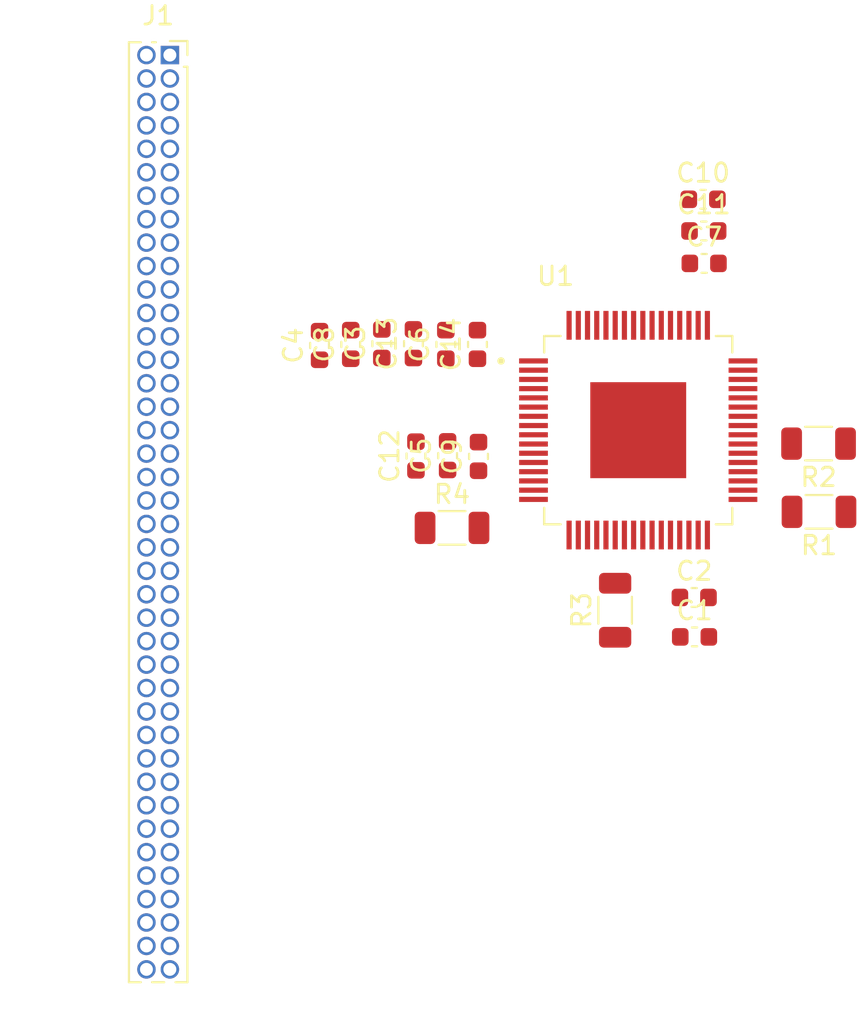
<source format=kicad_pcb>
(kicad_pcb (version 20211014) (generator pcbnew)
  (layers (0 "F.Cu" signal) (31 "B.Cu" signal) (34 "B.Paste" user) (35 "F.Paste" user) (36 "B.SilkS" user "B.Silkscreen") (37 "F.SilkS" user "F.Silkscreen") (38 "B.Mask" user) (39 "F.Mask" user) (44 "Edge.Cuts" user))
  (net 0 "")
  (net 1 "HDMI_I2C_SCL")
  (net 2 "Net-(R1-Pad2)")
  (net 3 "HDMI_I2C_SDA")
  (net 4 "Net-(R2-Pad2)")
  (net 5 "GND")
  (net 6 "Net-(R4-Pad2)")
  (net 11 "Net-(R3-Pad2)")
  (net 17 "HDMI_D11")
  (net 18 "HDMI_D10")
  (net 19 "HDMI_D9")
  (net 20 "HDMI_CLK")
  (net 21 "HDMI_D8")
  (net 22 "HDMI_D7")
  (net 23 "HDMI_D6")
  (net 24 "HDMI_D5")
  (net 25 "HDMI_D4")
  (net 26 "HDMI_D3")
  (net 27 "HDMI_D2")
  (net 28 "HDMI_D1")
  (net 29 "HDMI_D0")
  (net 30 "HDMI_DE")
  (net 31 "HDMI_HSYNC")
  (net 32 "HDMI_VSYNC")
  (net 41 "/HPD")
  (net 44 "HDMI_D23")
  (net 45 "HDMI_D22")
  (net 46 "HDMI_D21")
  (net 47 "HDMI_D20")
  (net 48 "HDMI_D19")
  (net 49 "HDMI_D18")
  (net 50 "HDMI_D17")
  (net 51 "HDMI_D16")
  (net 52 "HDMI_D15")
  (net 53 "HDMI_D14")
  (net 54 "HDMI_D13")
  (net 55 "HDMI_D12")
  (net 56 "3V3")
  (net 57 "DVDD_1V8")
  (net 58 "PVDD_1V8")
  (net 60 "VIN")
  (footprint "Resistor_SMD:R_1206_3216Metric" (layer "F.Cu") (at 163.847509 93.575103 90)
    (fp_text reference "R3" (at 0 -1.82 90) (layer "F.SilkS"))
    (fp_text value "2K")
    (fp_line (start -0.727064 -0.91) (end 0.727064 -0.91) (layer "F.SilkS") (width 0.12))
    (fp_line (start -0.727064 0.91) (end 0.727064 0.91) (layer "F.SilkS") (width 0.12))
    (pad "1" smd roundrect (at -1.4625 0 90) (size 1.125 1.75) (layers "F.Cu" "F.Paste" "F.Mask") (roundrect_rratio 0.222222) (net 5 "GND"))
    (pad "2" smd roundrect (at 1.4625 0 90) (size 1.125 1.75) (layers "F.Cu" "F.Paste" "F.Mask") (roundrect_rratio 0.222222) (net 11 "Net-(R3-Pad2)"))
  )
  (footprint "Capacitor_SMD:C_0603_1608Metric" (layer "F.Cu") (at 151.193055 79.135925 90)
    (fp_text reference "C3" (at 0 -1.43 90) (layer "F.SilkS"))
    (fp_text value "10u")
    (fp_line (start -0.14058 0.51) (end 0.14058 0.51) (layer "F.SilkS") (width 0.12))
    (fp_line (start -0.14058 -0.51) (end 0.14058 -0.51) (layer "F.SilkS") (width 0.12))
    (pad "1" smd roundrect (at -0.775 0 90) (size 0.9 0.95) (layers "F.Cu" "F.Paste" "F.Mask") (net 57 "DVDD_1V8"))
    (pad "2" smd roundrect (at 0.775 0 90) (size 0.9 0.95) (layers "F.Cu" "F.Paste" "F.Mask") (net 5 "GND"))
  )
  (footprint "Capacitor_SMD:C_0603_1608Metric" (layer "F.Cu") (at 147.817236 79.232421 90)
    (fp_text reference "C4" (at 0 -1.43 90) (layer "F.SilkS"))
    (fp_text value "10u")
    (fp_line (start -0.14058 -0.51) (end 0.14058 -0.51) (layer "F.SilkS") (width 0.12))
    (fp_line (start -0.14058 0.51) (end 0.14058 0.51) (layer "F.SilkS") (width 0.12))
    (pad "1" smd roundrect (at -0.775 0 90) (size 0.9 0.95) (layers "F.Cu" "F.Paste" "F.Mask") (net 57 "DVDD_1V8"))
    (pad "2" smd roundrect (at 0.775 0 90) (size 0.9 0.95) (layers "F.Cu" "F.Paste" "F.Mask") (net 5 "GND"))
  )
  (footprint "Resistor_SMD:R_1206_3216Metric" (layer "F.Cu") (at 155.001398 89.113928)
    (fp_text reference "R4" (at 0 -1.82) (layer "F.SilkS"))
    (fp_text value "887")
    (fp_line (start -0.727064 -0.91) (end 0.727064 -0.91) (layer "F.SilkS") (width 0.12))
    (fp_line (start -0.727064 0.91) (end 0.727064 0.91) (layer "F.SilkS") (width 0.12))
    (pad "1" smd roundrect (at -1.4625 0) (size 1.125 1.75) (layers "F.Cu" "F.Paste" "F.Mask") (roundrect_rratio 0.222222) (net 5 "GND"))
    (pad "2" smd roundrect (at 1.4625 0) (size 1.125 1.75) (layers "F.Cu" "F.Paste" "F.Mask") (roundrect_rratio 0.222222) (net 6 "Net-(R4-Pad2)"))
  )
  (footprint "Connector_PinSocket_1.27mm:PinSocket_2x40_P1.27mm_Vertical" (layer "F.Cu") (at 139.7 63.5)
    (fp_text reference "J1" (at -0.635 -2.135) (layer "F.SilkS"))
    (fp_text value "Conn_02x20_Odd_Even")
    (fp_line (start 0.95 -0.76) (end 0.95 0) (layer "F.SilkS") (width 0.12))
    (fp_line (start 0.95 0.635) (end 0.95 50.225) (layer "F.SilkS") (width 0.12))
    (fp_line (start -2.22 -0.695) (end -2.22 50.225) (layer "F.SilkS") (width 0.12))
    (fp_line (start -0.96247 -0.695) (end -0.76 -0.695) (layer "F.SilkS") (width 0.12))
    (fp_line (start -2.22 50.225) (end -1.57753 50.225) (layer "F.SilkS") (width 0.12))
    (fp_line (start 0.30753 50.225) (end 0.95 50.225) (layer "F.SilkS") (width 0.12))
    (fp_line (start 0 -0.76) (end 0.95 -0.76) (layer "F.SilkS") (width 0.12))
    (fp_line (start 0.76 0.635) (end 0.95 0.635) (layer "F.SilkS") (width 0.12))
    (fp_line (start -2.22 -0.695) (end -1.57753 -0.695) (layer "F.SilkS") (width 0.12))
    (fp_line (start -0.96247 50.225) (end -0.30753 50.225) (layer "F.SilkS") (width 0.12))
    (pad "1" thru_hole rect (at 0 0) (size 1 1) (drill 0.7) (layers *.Cu *.Mask))
    (pad "2" thru_hole oval (at -1.27 0) (size 1 1) (drill 0.7) (layers *.Cu *.Mask) (net 60 "VIN"))
    (pad "3" thru_hole oval (at 0 1.27) (size 1 1) (drill 0.7) (layers *.Cu *.Mask))
    (pad "4" thru_hole oval (at -1.27 1.27) (size 1 1) (drill 0.7) (layers *.Cu *.Mask) (net 5 "GND"))
    (pad "5" thru_hole oval (at 0 2.54) (size 1 1) (drill 0.7) (layers *.Cu *.Mask))
    (pad "6" thru_hole oval (at -1.27 2.54) (size 1 1) (drill 0.7) (layers *.Cu *.Mask))
    (pad "7" thru_hole oval (at 0 3.81) (size 1 1) (drill 0.7) (layers *.Cu *.Mask))
    (pad "8" thru_hole oval (at -1.27 3.81) (size 1 1) (drill 0.7) (layers *.Cu *.Mask))
    (pad "9" thru_hole oval (at 0 5.08) (size 1 1) (drill 0.7) (layers *.Cu *.Mask))
    (pad "10" thru_hole oval (at -1.27 5.08) (size 1 1) (drill 0.7) (layers *.Cu *.Mask))
    (pad "11" thru_hole oval (at 0 6.35) (size 1 1) (drill 0.7) (layers *.Cu *.Mask))
    (pad "12" thru_hole oval (at -1.27 6.35) (size 1 1) (drill 0.7) (layers *.Cu *.Mask))
    (pad "13" thru_hole oval (at 0 7.62) (size 1 1) (drill 0.7) (layers *.Cu *.Mask))
    (pad "14" thru_hole oval (at -1.27 7.62) (size 1 1) (drill 0.7) (layers *.Cu *.Mask))
    (pad "15" thru_hole oval (at 0 8.89) (size 1 1) (drill 0.7) (layers *.Cu *.Mask))
    (pad "16" thru_hole oval (at -1.27 8.89) (size 1 1) (drill 0.7) (layers *.Cu *.Mask))
    (pad "17" thru_hole oval (at 0 10.16) (size 1 1) (drill 0.7) (layers *.Cu *.Mask))
    (pad "18" thru_hole oval (at -1.27 10.16) (size 1 1) (drill 0.7) (layers *.Cu *.Mask))
    (pad "19" thru_hole oval (at 0 11.43) (size 1 1) (drill 0.7) (layers *.Cu *.Mask))
    (pad "20" thru_hole oval (at -1.27 11.43) (size 1 1) (drill 0.7) (layers *.Cu *.Mask))
    (pad "21" thru_hole oval (at 0 12.7) (size 1 1) (drill 0.7) (layers *.Cu *.Mask))
    (pad "22" thru_hole oval (at -1.27 12.7) (size 1 1) (drill 0.7) (layers *.Cu *.Mask))
    (pad "23" thru_hole oval (at 0 13.97) (size 1 1) (drill 0.7) (layers *.Cu *.Mask))
    (pad "24" thru_hole oval (at -1.27 13.97) (size 1 1) (drill 0.7) (layers *.Cu *.Mask))
    (pad "25" thru_hole oval (at 0 15.24) (size 1 1) (drill 0.7) (layers *.Cu *.Mask))
    (pad "26" thru_hole oval (at -1.27 15.24) (size 1 1) (drill 0.7) (layers *.Cu *.Mask))
    (pad "27" thru_hole oval (at 0 16.51) (size 1 1) (drill 0.7) (layers *.Cu *.Mask))
    (pad "28" thru_hole oval (at -1.27 16.51) (size 1 1) (drill 0.7) (layers *.Cu *.Mask))
    (pad "29" thru_hole oval (at 0 17.78) (size 1 1) (drill 0.7) (layers *.Cu *.Mask))
    (pad "30" thru_hole oval (at -1.27 17.78) (size 1 1) (drill 0.7) (layers *.Cu *.Mask))
    (pad "31" thru_hole oval (at 0 19.05) (size 1 1) (drill 0.7) (layers *.Cu *.Mask))
    (pad "32" thru_hole oval (at -1.27 19.05) (size 1 1) (drill 0.7) (layers *.Cu *.Mask))
    (pad "33" thru_hole oval (at 0 20.32) (size 1 1) (drill 0.7) (layers *.Cu *.Mask))
    (pad "34" thru_hole oval (at -1.27 20.32) (size 1 1) (drill 0.7) (layers *.Cu *.Mask))
    (pad "35" thru_hole oval (at 0 21.59) (size 1 1) (drill 0.7) (layers *.Cu *.Mask))
    (pad "36" thru_hole oval (at -1.27 21.59) (size 1 1) (drill 0.7) (layers *.Cu *.Mask) (net 56 "3V3"))
    (pad "37" thru_hole oval (at 0 22.86) (size 1 1) (drill 0.7) (layers *.Cu *.Mask))
    (pad "38" thru_hole oval (at -1.27 22.86) (size 1 1) (drill 0.7) (layers *.Cu *.Mask))
    (pad "39" thru_hole oval (at 0 24.13) (size 1 1) (drill 0.7) (layers *.Cu *.Mask))
    (pad "40" thru_hole oval (at -1.27 24.13) (size 1 1) (drill 0.7) (layers *.Cu *.Mask))
    (pad "41" thru_hole oval (at 0 25.4) (size 1 1) (drill 0.7) (layers *.Cu *.Mask))
    (pad "42" thru_hole oval (at -1.27 25.4) (size 1 1) (drill 0.7) (layers *.Cu *.Mask))
    (pad "43" thru_hole oval (at 0 26.67) (size 1 1) (drill 0.7) (layers *.Cu *.Mask))
    (pad "44" thru_hole oval (at -1.27 26.67) (size 1 1) (drill 0.7) (layers *.Cu *.Mask))
    (pad "45" thru_hole oval (at 0 27.94) (size 1 1) (drill 0.7) (layers *.Cu *.Mask))
    (pad "46" thru_hole oval (at -1.27 27.94) (size 1 1) (drill 0.7) (layers *.Cu *.Mask))
    (pad "47" thru_hole oval (at 0 29.21) (size 1 1) (drill 0.7) (layers *.Cu *.Mask))
    (pad "48" thru_hole oval (at -1.27 29.21) (size 1 1) (drill 0.7) (layers *.Cu *.Mask))
    (pad "49" thru_hole oval (at 0 30.48) (size 1 1) (drill 0.7) (layers *.Cu *.Mask))
    (pad "50" thru_hole oval (at -1.27 30.48) (size 1 1) (drill 0.7) (layers *.Cu *.Mask))
    (pad "51" thru_hole oval (at 0 31.75) (size 1 1) (drill 0.7) (layers *.Cu *.Mask))
    (pad "52" thru_hole oval (at -1.27 31.75) (size 1 1) (drill 0.7) (layers *.Cu *.Mask))
    (pad "53" thru_hole oval (at 0 33.02) (size 1 1) (drill 0.7) (layers *.Cu *.Mask))
    (pad "54" thru_hole oval (at -1.27 33.02) (size 1 1) (drill 0.7) (layers *.Cu *.Mask))
    (pad "55" thru_hole oval (at 0 34.29) (size 1 1) (drill 0.7) (layers *.Cu *.Mask))
    (pad "56" thru_hole oval (at -1.27 34.29) (size 1 1) (drill 0.7) (layers *.Cu *.Mask))
    (pad "57" thru_hole oval (at 0 35.56) (size 1 1) (drill 0.7) (layers *.Cu *.Mask))
    (pad "58" thru_hole oval (at -1.27 35.56) (size 1 1) (drill 0.7) (layers *.Cu *.Mask))
    (pad "59" thru_hole oval (at 0 36.83) (size 1 1) (drill 0.7) (layers *.Cu *.Mask))
    (pad "60" thru_hole oval (at -1.27 36.83) (size 1 1) (drill 0.7) (layers *.Cu *.Mask))
    (pad "61" thru_hole oval (at 0 38.1) (size 1 1) (drill 0.7) (layers *.Cu *.Mask))
    (pad "62" thru_hole oval (at -1.27 38.1) (size 1 1) (drill 0.7) (layers *.Cu *.Mask))
    (pad "63" thru_hole oval (at 0 39.37) (size 1 1) (drill 0.7) (layers *.Cu *.Mask))
    (pad "64" thru_hole oval (at -1.27 39.37) (size 1 1) (drill 0.7) (layers *.Cu *.Mask))
    (pad "65" thru_hole oval (at 0 40.64) (size 1 1) (drill 0.7) (layers *.Cu *.Mask))
    (pad "66" thru_hole oval (at -1.27 40.64) (size 1 1) (drill 0.7) (layers *.Cu *.Mask))
    (pad "67" thru_hole oval (at 0 41.91) (size 1 1) (drill 0.7) (layers *.Cu *.Mask))
    (pad "68" thru_hole oval (at -1.27 41.91) (size 1 1) (drill 0.7) (layers *.Cu *.Mask))
    (pad "69" thru_hole oval (at 0 43.18) (size 1 1) (drill 0.7) (layers *.Cu *.Mask))
    (pad "70" thru_hole oval (at -1.27 43.18) (size 1 1) (drill 0.7) (layers *.Cu *.Mask))
    (pad "71" thru_hole oval (at 0 44.45) (size 1 1) (drill 0.7) (layers *.Cu *.Mask))
    (pad "72" thru_hole oval (at -1.27 44.45) (size 1 1) (drill 0.7) (layers *.Cu *.Mask))
    (pad "73" thru_hole oval (at 0 45.72) (size 1 1) (drill 0.7) (layers *.Cu *.Mask))
    (pad "74" thru_hole oval (at -1.27 45.72) (size 1 1) (drill 0.7) (layers *.Cu *.Mask))
    (pad "75" thru_hole oval (at 0 46.99) (size 1 1) (drill 0.7) (layers *.Cu *.Mask))
    (pad "76" thru_hole oval (at -1.27 46.99) (size 1 1) (drill 0.7) (layers *.Cu *.Mask))
    (pad "77" thru_hole oval (at 0 48.26) (size 1 1) (drill 0.7) (layers *.Cu *.Mask))
    (pad "78" thru_hole oval (at -1.27 48.26) (size 1 1) (drill 0.7) (layers *.Cu *.Mask))
    (pad "79" thru_hole oval (at 0 49.53) (size 1 1) (drill 0.7) (layers *.Cu *.Mask))
    (pad "80" thru_hole oval (at -1.27 49.53) (size 1 1) (drill 0.7) (layers *.Cu *.Mask))
  )
  (footprint "Capacitor_SMD:C_0603_1608Metric" (layer "F.Cu") (at 168.674517 74.785516)
    (fp_text reference "C7" (at 0 -1.43) (layer "F.SilkS"))
    (fp_text value "0.1u")
    (fp_line (start -0.14058 -0.51) (end 0.14058 -0.51) (layer "F.SilkS") (width 0.12))
    (fp_line (start -0.14058 0.51) (end 0.14058 0.51) (layer "F.SilkS") (width 0.12))
    (pad "1" smd roundrect (at -0.775 0) (size 0.9 0.95) (layers "F.Cu" "F.Paste" "F.Mask") (net 57 "DVDD_1V8"))
    (pad "2" smd roundrect (at 0.775 0) (size 0.9 0.95) (layers "F.Cu" "F.Paste" "F.Mask") (net 5 "GND"))
  )
  (footprint "Capacitor_SMD:C_0603_1608Metric" (layer "F.Cu") (at 168.1539 95.01868)
    (fp_text reference "C1" (at 0 -1.43) (layer "F.SilkS"))
    (fp_text value "10u")
    (fp_line (start -0.14058 -0.51) (end 0.14058 -0.51) (layer "F.SilkS") (width 0.12))
    (fp_line (start -0.14058 0.51) (end 0.14058 0.51) (layer "F.SilkS") (width 0.12))
    (pad "1" smd roundrect (at -0.775 0) (size 0.9 0.95) (layers "F.Cu" "F.Paste" "F.Mask") (net 56 "3V3"))
    (pad "2" smd roundrect (at 0.775 0) (size 0.9 0.95) (layers "F.Cu" "F.Paste" "F.Mask") (net 5 "GND"))
  )
  (footprint "Capacitor_SMD:C_0603_1608Metric" (layer "F.Cu") (at 168.617934 71.31317)
    (fp_text reference "C10" (at 0 -1.43) (layer "F.SilkS"))
    (fp_text value "0.1u")
    (fp_line (start -0.14058 0.51) (end 0.14058 0.51) (layer "F.SilkS") (width 0.12))
    (fp_line (start -0.14058 -0.51) (end 0.14058 -0.51) (layer "F.SilkS") (width 0.12))
    (pad "1" smd roundrect (at -0.775 0) (size 0.9 0.95) (layers "F.Cu" "F.Paste" "F.Mask") (net 57 "DVDD_1V8"))
    (pad "2" smd roundrect (at 0.775 0) (size 0.9 0.95) (layers "F.Cu" "F.Paste" "F.Mask") (net 5 "GND"))
  )
  (footprint "Capacitor_SMD:C_0603_1608Metric" (layer "F.Cu") (at 152.909272 79.135925 90)
    (fp_text reference "C13" (at 0 -1.43 90) (layer "F.SilkS"))
    (fp_text value "0.1u")
    (fp_line (start -0.14058 0.51) (end 0.14058 0.51) (layer "F.SilkS") (width 0.12))
    (fp_line (start -0.14058 -0.51) (end 0.14058 -0.51) (layer "F.SilkS") (width 0.12))
    (pad "1" smd roundrect (at -0.775 0 90) (size 0.9 0.95) (layers "F.Cu" "F.Paste" "F.Mask") (net 57 "DVDD_1V8"))
    (pad "2" smd roundrect (at 0.775 0 90) (size 0.9 0.95) (layers "F.Cu" "F.Paste" "F.Mask") (net 5 "GND"))
  )
  (footprint "Capacitor_SMD:C_0603_1608Metric" (layer "F.Cu") (at 156.381617 79.175837 90)
    (fp_text reference "C14" (at 0 -1.43 90) (layer "F.SilkS"))
    (fp_text value "0.1u")
    (fp_line (start -0.14058 -0.51) (end 0.14058 -0.51) (layer "F.SilkS") (width 0.12))
    (fp_line (start -0.14058 0.51) (end 0.14058 0.51) (layer "F.SilkS") (width 0.12))
    (pad "1" smd roundrect (at -0.775 0 90) (size 0.9 0.95) (layers "F.Cu" "F.Paste" "F.Mask") (net 57 "DVDD_1V8"))
    (pad "2" smd roundrect (at 0.775 0 90) (size 0.9 0.95) (layers "F.Cu" "F.Paste" "F.Mask") (net 5 "GND"))
  )
  (footprint "Capacitor_SMD:C_0603_1608Metric" (layer "F.Cu") (at 154.761926 85.202551 90)
    (fp_text reference "C5" (at 0 -1.43 90) (layer "F.SilkS"))
    (fp_text value "10u")
    (fp_line (start -0.14058 -0.51) (end 0.14058 -0.51) (layer "F.SilkS") (width 0.12))
    (fp_line (start -0.14058 0.51) (end 0.14058 0.51) (layer "F.SilkS") (width 0.12))
    (pad "1" smd roundrect (at -0.775 0 90) (size 0.9 0.95) (layers "F.Cu" "F.Paste" "F.Mask") (net 58 "PVDD_1V8"))
    (pad "2" smd roundrect (at 0.775 0 90) (size 0.9 0.95) (layers "F.Cu" "F.Paste" "F.Mask") (net 5 "GND"))
  )
  (footprint "adv7513bswz:QFP50P1200X1200X160-65N" (layer "F.Cu") (at 165.1 83.82)
    (fp_text reference "U1" (at -4.485 -8.345) (layer "F.SilkS"))
    (fp_text value "ADV7513BSWZ")
    (fp_line (start -5.1 5.1) (end -4.21 5.1) (layer "F.SilkS") (width 0.127))
    (fp_line (start 5.1 5.1) (end 4.21 5.1) (layer "F.SilkS") (width 0.127))
    (fp_line (start -5.1 -5.1) (end -4.21 -5.1) (layer "F.SilkS") (width 0.127))
    (fp_line (start -5.1 -5.1) (end -5.1 -4.21) (layer "F.SilkS") (width 0.127))
    (fp_line (start 5.1 5.1) (end 5.1 4.21) (layer "F.SilkS") (width 0.127))
    (fp_line (start -5.1 5.1) (end -5.1 4.21) (layer "F.SilkS") (width 0.127))
    (fp_line (start 5.1 -5.1) (end 5.1 -4.21) (layer "F.SilkS") (width 0.127))
    (fp_line (start 5.1 -5.1) (end 4.21 -5.1) (layer "F.SilkS") (width 0.127))
    (fp_circle (center -7.44 -3.75) (end -7.34 -3.75) (layer "F.SilkS") (width 0.2) (fill none))
    (pad "1" smd roundrect locked (at -5.68 -3.75) (size 1.56 0.28) (layers "F.Cu" "F.Paste" "F.Mask") (roundrect_rratio 0.04) (net 57 "DVDD_1V8"))
    (pad "2" smd roundrect locked (at -5.68 -3.25) (size 1.56 0.28) (layers "F.Cu" "F.Paste" "F.Mask") (roundrect_rratio 0.04) (net 32 "HDMI_VSYNC"))
    (pad "3" smd roundrect locked (at -5.68 -2.75) (size 1.56 0.28) (layers "F.Cu" "F.Paste" "F.Mask") (roundrect_rratio 0.04))
    (pad "4" smd roundrect locked (at -5.68 -2.25) (size 1.56 0.28) (layers "F.Cu" "F.Paste" "F.Mask") (roundrect_rratio 0.04))
    (pad "5" smd roundrect locked (at -5.68 -1.75) (size 1.56 0.28) (layers "F.Cu" "F.Paste" "F.Mask") (roundrect_rratio 0.04))
    (pad "6" smd roundrect locked (at -5.68 -1.25) (size 1.56 0.28) (layers "F.Cu" "F.Paste" "F.Mask") (roundrect_rratio 0.04))
    (pad "7" smd roundrect locked (at -5.68 -0.75) (size 1.56 0.28) (layers "F.Cu" "F.Paste" "F.Mask") (roundrect_rratio 0.04))
    (pad "8" smd roundrect locked (at -5.68 -0.25) (size 1.56 0.28) (layers "F.Cu" "F.Paste" "F.Mask") (roundrect_rratio 0.04))
    (pad "9" smd roundrect locked (at -5.68 0.25) (size 1.56 0.28) (layers "F.Cu" "F.Paste" "F.Mask") (roundrect_rratio 0.04))
    (pad "10" smd roundrect locked (at -5.68 0.75) (size 1.56 0.28) (layers "F.Cu" "F.Paste" "F.Mask") (roundrect_rratio 0.04))
    (pad "11" smd roundrect locked (at -5.68 1.25) (size 1.56 0.28) (layers "F.Cu" "F.Paste" "F.Mask") (roundrect_rratio 0.04) (net 57 "DVDD_1V8"))
    (pad "12" smd roundrect locked (at -5.68 1.75) (size 1.56 0.28) (layers "F.Cu" "F.Paste" "F.Mask") (roundrect_rratio 0.04) (net 58 "PVDD_1V8"))
    (pad "13" smd roundrect locked (at -5.68 2.25) (size 1.56 0.28) (layers "F.Cu" "F.Paste" "F.Mask") (roundrect_rratio 0.04) (net 58 "PVDD_1V8"))
    (pad "14" smd roundrect locked (at -5.68 2.75) (size 1.56 0.28) (layers "F.Cu" "F.Paste" "F.Mask") (roundrect_rratio 0.04) (net 6 "Net-(R4-Pad2)"))
    (pad "15" smd roundrect locked (at -5.68 3.25) (size 1.56 0.28) (layers "F.Cu" "F.Paste" "F.Mask") (roundrect_rratio 0.04) (net 57 "DVDD_1V8"))
    (pad "16" smd roundrect locked (at -5.68 3.75) (size 1.56 0.28) (layers "F.Cu" "F.Paste" "F.Mask") (roundrect_rratio 0.04) (net 41 "/HPD"))
    (pad "17" smd roundrect locked (at -3.75 5.68 90) (size 1.56 0.28) (layers "F.Cu" "F.Paste" "F.Mask") (roundrect_rratio 0.04))
    (pad "18" smd roundrect locked (at -3.25 5.68 90) (size 1.56 0.28) (layers "F.Cu" "F.Paste" "F.Mask") (roundrect_rratio 0.04))
    (pad "19" smd roundrect locked (at -2.75 5.68 90) (size 1.56 0.28) (layers "F.Cu" "F.Paste" "F.Mask") (roundrect_rratio 0.04) (net 57 "DVDD_1V8"))
    (pad "20" smd roundrect locked (at -2.25 5.68 90) (size 1.56 0.28) (layers "F.Cu" "F.Paste" "F.Mask") (roundrect_rratio 0.04))
    (pad "21" smd roundrect locked (at -1.75 5.68 90) (size 1.56 0.28) (layers "F.Cu" "F.Paste" "F.Mask") (roundrect_rratio 0.04))
    (pad "22" smd roundrect locked (at -1.25 5.68 90) (size 1.56 0.28) (layers "F.Cu" "F.Paste" "F.Mask") (roundrect_rratio 0.04) (net 11 "Net-(R3-Pad2)"))
    (pad "23" smd roundrect locked (at -0.75 5.68 90) (size 1.56 0.28) (layers "F.Cu" "F.Paste" "F.Mask") (roundrect_rratio 0.04))
    (pad "24" smd roundrect locked (at -0.25 5.68 90) (size 1.56 0.28) (layers "F.Cu" "F.Paste" "F.Mask") (roundrect_rratio 0.04))
    (pad "25" smd roundrect locked (at 0.25 5.68 90) (size 1.56 0.28) (layers "F.Cu" "F.Paste" "F.Mask") (roundrect_rratio 0.04) (net 57 "DVDD_1V8"))
    (pad "26" smd roundrect locked (at 0.75 5.68 90) (size 1.56 0.28) (layers "F.Cu" "F.Paste" "F.Mask") (roundrect_rratio 0.04))
    (pad "27" smd roundrect locked (at 1.25 5.68 90) (size 1.56 0.28) (layers "F.Cu" "F.Paste" "F.Mask") (roundrect_rratio 0.04))
    (pad "28" smd roundrect locked (at 1.75 5.68 90) (size 1.56 0.28) (layers "F.Cu" "F.Paste" "F.Mask") (roundrect_rratio 0.04))
    (pad "29" smd roundrect locked (at 2.25 5.68 90) (size 1.56 0.28) (layers "F.Cu" "F.Paste" "F.Mask") (roundrect_rratio 0.04) (net 56 "3V3"))
    (pad "30" smd roundrect locked (at 2.75 5.68 90) (size 1.56 0.28) (layers "F.Cu" "F.Paste" "F.Mask") (roundrect_rratio 0.04) (net 5 "GND"))
    (pad "31" smd roundrect locked (at 3.25 5.68 90) (size 1.56 0.28) (layers "F.Cu" "F.Paste" "F.Mask") (roundrect_rratio 0.04) (net 57 "DVDD_1V8"))
    (pad "32" smd roundrect locked (at 3.75 5.68 90) (size 1.56 0.28) (layers "F.Cu" "F.Paste" "F.Mask") (roundrect_rratio 0.04) (net 5 "GND"))
    (pad "33" smd roundrect locked (at 5.68 3.75) (size 1.56 0.28) (layers "F.Cu" "F.Paste" "F.Mask") (roundrect_rratio 0.04))
    (pad "34" smd roundrect locked (at 5.68 3.25) (size 1.56 0.28) (layers "F.Cu" "F.Paste" "F.Mask") (roundrect_rratio 0.04))
    (pad "35" smd roundrect locked (at 5.68 2.75) (size 1.56 0.28) (layers "F.Cu" "F.Paste" "F.Mask") (roundrect_rratio 0.04) (net 2 "Net-(R1-Pad2)"))
    (pad "36" smd roundrect locked (at 5.68 2.25) (size 1.56 0.28) (layers "F.Cu" "F.Paste" "F.Mask") (roundrect_rratio 0.04) (net 4 "Net-(R2-Pad2)"))
    (pad "37" smd roundrect locked (at 5.68 1.75) (size 1.56 0.28) (layers "F.Cu" "F.Paste" "F.Mask") (roundrect_rratio 0.04) (net 44 "HDMI_D23"))
    (pad "38" smd roundrect locked (at 5.68 1.25) (size 1.56 0.28) (layers "F.Cu" "F.Paste" "F.Mask") (roundrect_rratio 0.04) (net 45 "HDMI_D22"))
    (pad "39" smd roundrect locked (at 5.68 0.75) (size 1.56 0.28) (layers "F.Cu" "F.Paste" "F.Mask") (roundrect_rratio 0.04) (net 46 "HDMI_D21"))
    (pad "40" smd roundrect locked (at 5.68 0.25) (size 1.56 0.28) (layers "F.Cu" "F.Paste" "F.Mask") (roundrect_rratio 0.04) (net 47 "HDMI_D20"))
    (pad "41" smd roundrect locked (at 5.68 -0.25) (size 1.56 0.28) (layers "F.Cu" "F.Paste" "F.Mask") (roundrect_rratio 0.04) (net 48 "HDMI_D19"))
    (pad "42" smd roundrect locked (at 5.68 -0.75) (size 1.56 0.28) (layers "F.Cu" "F.Paste" "F.Mask") (roundrect_rratio 0.04) (net 49 "HDMI_D18"))
    (pad "43" smd roundrect locked (at 5.68 -1.25) (size 1.56 0.28) (layers "F.Cu" "F.Paste" "F.Mask") (roundrect_rratio 0.04) (net 50 "HDMI_D17"))
    (pad "44" smd roundrect locked (at 5.68 -1.75) (size 1.56 0.28) (layers "F.Cu" "F.Paste" "F.Mask") (roundrect_rratio 0.04) (net 51 "HDMI_D16"))
    (pad "45" smd roundrect locked (at 5.68 -2.25) (size 1.56 0.28) (layers "F.Cu" "F.Paste" "F.Mask") (roundrect_rratio 0.04) (net 52 "HDMI_D15"))
    (pad "46" smd roundrect locked (at 5.68 -2.75) (size 1.56 0.28) (layers "F.Cu" "F.Paste" "F.Mask") (roundrect_rratio 0.04) (net 53 "HDMI_D14"))
    (pad "47" smd roundrect locked (at 5.68 -3.25) (size 1.56 0.28) (layers "F.Cu" "F.Paste" "F.Mask") (roundrect_rratio 0.04) (net 54 "HDMI_D13"))
    (pad "48" smd roundrect locked (at 5.68 -3.75) (size 1.56 0.28) (layers "F.Cu" "F.Paste" "F.Mask") (roundrect_rratio 0.04) (net 55 "HDMI_D12"))
    (pad "49" smd roundrect locked (at 3.75 -5.68 90) (size 1.56 0.28) (layers "F.Cu" "F.Paste" "F.Mask") (roundrect_rratio 0.04) (net 17 "HDMI_D11"))
    (pad "50" smd roundrect locked (at 3.25 -5.68 90) (size 1.56 0.28) (layers "F.Cu" "F.Paste" "F.Mask") (roundrect_rratio 0.04) (net 18 "HDMI_D10"))
    (pad "51" smd roundrect locked (at 2.75 -5.68 90) (size 1.56 0.28) (layers "F.Cu" "F.Paste" "F.Mask") (roundrect_rratio 0.04) (net 57 "DVDD_1V8"))
    (pad "52" smd roundrect locked (at 2.25 -5.68 90) (size 1.56 0.28) (layers "F.Cu" "F.Paste" "F.Mask") (roundrect_rratio 0.04) (net 19 "HDMI_D9"))
    (pad "53" smd roundrect locked (at 1.75 -5.68 90) (size 1.56 0.28) (layers "F.Cu" "F.Paste" "F.Mask") (roundrect_rratio 0.04) (net 20 "HDMI_CLK"))
    (pad "54" smd roundrect locked (at 1.25 -5.68 90) (size 1.56 0.28) (layers "F.Cu" "F.Paste" "F.Mask") (roundrect_rratio 0.04) (net 21 "HDMI_D8"))
    (pad "55" smd roundrect locked (at 0.75 -5.68 90) (size 1.56 0.28) (layers "F.Cu" "F.Paste" "F.Mask") (roundrect_rratio 0.04) (net 22 "HDMI_D7"))
    (pad "56" smd roundrect locked (at 0.25 -5.68 90) (size 1.56 0.28) (layers "F.Cu" "F.Paste" "F.Mask") (roundrect_rratio 0.04) (net 23 "HDMI_D6"))
    (pad "57" smd roundrect locked (at -0.25 -5.68 90) (size 1.56 0.28) (layers "F.Cu" "F.Paste" "F.Mask") (roundrect_rratio 0.04) (net 24 "HDMI_D5"))
    (pad "58" smd roundrect locked (at -0.75 -5.68 90) (size 1.56 0.28) (layers "F.Cu" "F.Paste" "F.Mask") (roundrect_rratio 0.04) (net 25 "HDMI_D4"))
    (pad "59" smd roundrect locked (at -1.25 -5.68 90) (size 1.56 0.28) (layers "F.Cu" "F.Paste" "F.Mask") (roundrect_rratio 0.04) (net 26 "HDMI_D3"))
    (pad "60" smd roundrect locked (at -1.75 -5.68 90) (size 1.56 0.28) (layers "F.Cu" "F.Paste" "F.Mask") (roundrect_rratio 0.04) (net 27 "HDMI_D2"))
    (pad "61" smd roundrect locked (at -2.25 -5.68 90) (size 1.56 0.28) (layers "F.Cu" "F.Paste" "F.Mask") (roundrect_rratio 0.04) (net 28 "HDMI_D1"))
    (pad "62" smd roundrect locked (at -2.75 -5.68 90) (size 1.56 0.28) (layers "F.Cu" "F.Paste" "F.Mask") (roundrect_rratio 0.04) (net 29 "HDMI_D0"))
    (pad "63" smd roundrect locked (at -3.25 -5.68 90) (size 1.56 0.28) (layers "F.Cu" "F.Paste" "F.Mask") (roundrect_rratio 0.04) (net 30 "HDMI_DE"))
    (pad "64" smd roundrect locked (at -3.75 -5.68 90) (size 1.56 0.28) (layers "F.Cu" "F.Paste" "F.Mask") (roundrect_rratio 0.04) (net 31 "HDMI_HSYNC"))
    (pad "65" smd rect locked (at 0 0) (size 5.2 5.2) (layers "F.Cu" "F.Mask") (net 5 "GND"))
  )
  (footprint "Resistor_SMD:R_1206_3216Metric" (layer "F.Cu") (at 174.902911 88.244038 180)
    (fp_text reference "R1" (at 0 -1.82) (layer "F.SilkS"))
    (fp_text value "22")
    (fp_line (start -0.727064 0.91) (end 0.727064 0.91) (layer "F.SilkS") (width 0.12))
    (fp_line (start -0.727064 -0.91) (end 0.727064 -0.91) (layer "F.SilkS") (width 0.12))
    (pad "1" smd roundrect (at -1.4625 0 180) (size 1.125 1.75) (layers "F.Cu" "F.Paste" "F.Mask") (roundrect_rratio 0.222222) (net 1 "HDMI_I2C_SCL"))
    (pad "2" smd roundrect (at 1.4625 0 180) (size 1.125 1.75) (layers "F.Cu" "F.Paste" "F.Mask") (roundrect_rratio 0.222222) (net 2 "Net-(R1-Pad2)"))
  )
  (footprint "Capacitor_SMD:C_0603_1608Metric" (layer "F.Cu") (at 149.508547 79.175837 90)
    (fp_text reference "C8" (at 0 -1.43 90) (layer "F.SilkS"))
    (fp_text value "0.1u")
    (fp_line (start -0.14058 -0.51) (end 0.14058 -0.51) (layer "F.SilkS") (width 0.12))
    (fp_line (start -0.14058 0.51) (end 0.14058 0.51) (layer "F.SilkS") (width 0.12))
    (pad "1" smd roundrect (at -0.775 0 90) (size 0.9 0.95) (layers "F.Cu" "F.Paste" "F.Mask") (net 57 "DVDD_1V8"))
    (pad "2" smd roundrect (at 0.775 0 90) (size 0.9 0.95) (layers "F.Cu" "F.Paste" "F.Mask") (net 5 "GND"))
  )
  (footprint "Capacitor_SMD:C_0603_1608Metric" (layer "F.Cu") (at 168.657846 73.029387)
    (fp_text reference "C11" (at 0 -1.43) (layer "F.SilkS"))
    (fp_text value "0.1u")
    (fp_line (start -0.14058 0.51) (end 0.14058 0.51) (layer "F.SilkS") (width 0.12))
    (fp_line (start -0.14058 -0.51) (end 0.14058 -0.51) (layer "F.SilkS") (width 0.12))
    (pad "1" smd roundrect (at -0.775 0) (size 0.9 0.95) (layers "F.Cu" "F.Paste" "F.Mask") (net 57 "DVDD_1V8"))
    (pad "2" smd roundrect (at 0.775 0) (size 0.9 0.95) (layers "F.Cu" "F.Paste" "F.Mask") (net 5 "GND"))
  )
  (footprint "Capacitor_SMD:C_0603_1608Metric" (layer "F.Cu") (at 156.43823 85.242463 90)
    (fp_text reference "C9" (at 0 -1.43 90) (layer "F.SilkS"))
    (fp_text value "0.1u")
    (fp_line (start -0.14058 0.51) (end 0.14058 0.51) (layer "F.SilkS") (width 0.12))
    (fp_line (start -0.14058 -0.51) (end 0.14058 -0.51) (layer "F.SilkS") (width 0.12))
    (pad "1" smd roundrect (at -0.775 0 90) (size 0.9 0.95) (layers "F.Cu" "F.Paste" "F.Mask") (net 58 "PVDD_1V8"))
    (pad "2" smd roundrect (at 0.775 0 90) (size 0.9 0.95) (layers "F.Cu" "F.Paste" "F.Mask") (net 5 "GND"))
  )
  (footprint "Resistor_SMD:R_1206_3216Metric" (layer "F.Cu") (at 174.879814 84.548481 180)
    (fp_text reference "R2" (at 0 -1.82) (layer "F.SilkS"))
    (fp_text value "22")
    (fp_line (start -0.727064 0.91) (end 0.727064 0.91) (layer "F.SilkS") (width 0.12))
    (fp_line (start -0.727064 -0.91) (end 0.727064 -0.91) (layer "F.SilkS") (width 0.12))
    (pad "1" smd roundrect (at -1.4625 0 180) (size 1.125 1.75) (layers "F.Cu" "F.Paste" "F.Mask") (roundrect_rratio 0.222222) (net 3 "HDMI_I2C_SDA"))
    (pad "2" smd roundrect (at 1.4625 0 180) (size 1.125 1.75) (layers "F.Cu" "F.Paste" "F.Mask") (roundrect_rratio 0.222222) (net 4 "Net-(R2-Pad2)"))
  )
  (footprint "Capacitor_SMD:C_0603_1608Metric" (layer "F.Cu") (at 153.045709 85.219223 90)
    (fp_text reference "C12" (at 0 -1.43 90) (layer "F.SilkS"))
    (fp_text value "0.1u")
    (fp_line (start -0.14058 0.51) (end 0.14058 0.51) (layer "F.SilkS") (width 0.12))
    (fp_line (start -0.14058 -0.51) (end 0.14058 -0.51) (layer "F.SilkS") (width 0.12))
    (pad "1" smd roundrect (at -0.775 0 90) (size 0.9 0.95) (layers "F.Cu" "F.Paste" "F.Mask") (net 58 "PVDD_1V8"))
    (pad "2" smd roundrect (at 0.775 0 90) (size 0.9 0.95) (layers "F.Cu" "F.Paste" "F.Mask") (net 5 "GND"))
  )
  (footprint "Capacitor_SMD:C_0603_1608Metric" (layer "F.Cu") (at 154.665401 79.175837 90)
    (fp_text reference "C6" (at 0 -1.43 90) (layer "F.SilkS"))
    (fp_text value "0.1u")
    (fp_line (start -0.14058 0.51) (end 0.14058 0.51) (layer "F.SilkS") (width 0.12))
    (fp_line (start -0.14058 -0.51) (end 0.14058 -0.51) (layer "F.SilkS") (width 0.12))
    (pad "1" smd roundrect (at -0.775 0 90) (size 0.9 0.95) (layers "F.Cu" "F.Paste" "F.Mask") (net 57 "DVDD_1V8"))
    (pad "2" smd roundrect (at 0.775 0 90) (size 0.9 0.95) (layers "F.Cu" "F.Paste" "F.Mask") (net 5 "GND"))
  )
  (footprint "Capacitor_SMD:C_0603_1608Metric" (layer "F.Cu") (at 168.134652 92.882186)
    (fp_text reference "C2" (at 0 -1.43) (layer "F.SilkS"))
    (fp_text value "0.1u")
    (fp_line (start -0.14058 -0.51) (end 0.14058 -0.51) (layer "F.SilkS") (width 0.12))
    (fp_line (start -0.14058 0.51) (end 0.14058 0.51) (layer "F.SilkS") (width 0.12))
    (pad "1" smd roundrect (at -0.775 0) (size 0.9 0.95) (layers "F.Cu" "F.Paste" "F.Mask") (net 56 "3V3"))
    (pad "2" smd roundrect (at 0.775 0) (size 0.9 0.95) (layers "F.Cu" "F.Paste" "F.Mask") (net 5 "GND"))
  )
)
</source>
